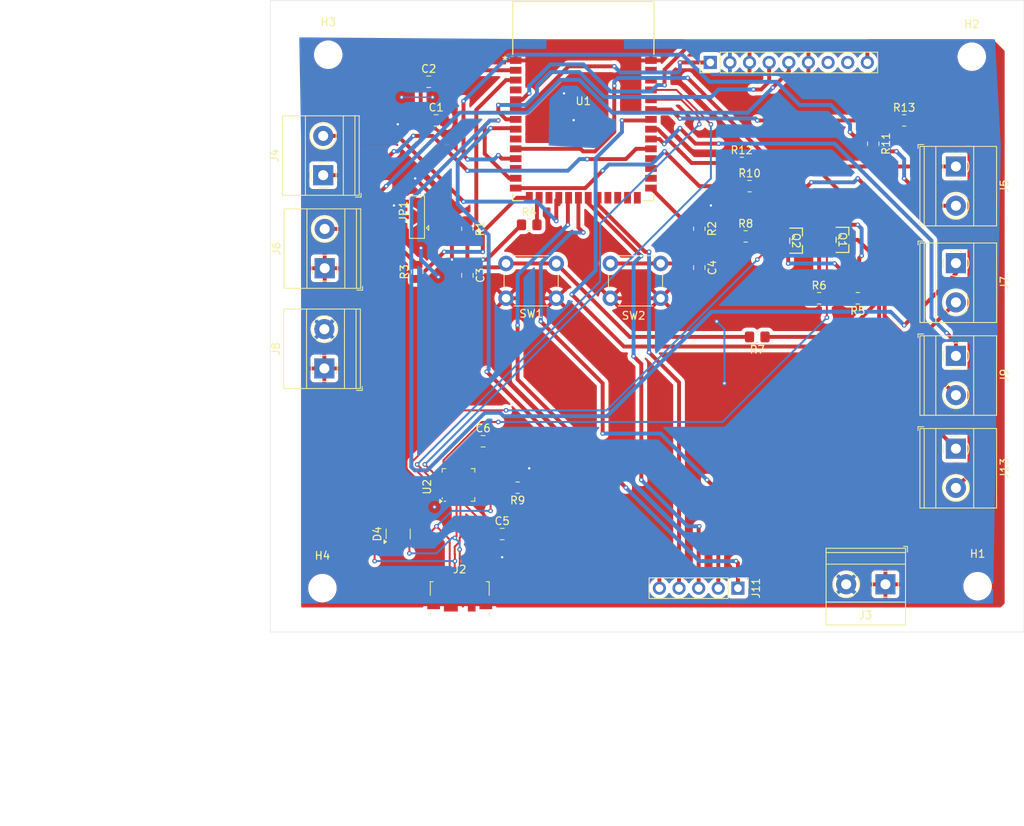
<source format=kicad_pcb>
(kicad_pcb (version 20240108) (generator "pcbnew") (generator_version "8.0")
  (layers (0 "F.Cu" signal) (31 "B.Cu" signal) (34 "B.Paste" user) (35 "F.Paste" user) (36 "B.SilkS" user "B.Silkscreen") (37 "F.SilkS" user "F.Silkscreen") (38 "B.Mask" user) (39 "F.Mask" user) (44 "Edge.Cuts" user))
  (net 0 "")
  (net 1 "+3V3")
  (net 2 "/CHIP_PU")
  (net 3 "/GPIO0_STRAPPING")
  (net 4 "Net-(U2-VPP)")
  (net 5 "+5V")
  (net 6 "GND")
  (net 8 "/UWBINT")
  (net 11 "/D+")
  (net 12 "/D-")
  (net 15 "Net-(U2-~{RST})")
  (net 17 "Net-(JP1-C)")
  (net 18 "/temp_Sensor")
  (net 21 "/pH_Sensor")
  (net 22 "/RTS")
  (net 23 "/DTR")
  (net 24 "/GPIO3_STRAPPING")
  (net 25 "/GPIO46_STRAPPING")
  (net 26 "/MOTOR4PWM")
  (net 29 "/Moisture_Sensor_Output")
  (net 30 "/MOTOR4FG")
  (net 31 "/LINACT+")
  (net 32 "/MOTOR2FG")
  (net 33 "/LINACT-")
  (net 35 "/UWBMOSI")
  (net 36 "/MOTOR1FG")
  (net 37 "/MOTOR1PWM")
  (net 40 "/RXD")
  (net 41 "/UWBMISO")
  (net 44 "/MOTOR3FG")
  (net 45 "/MOTOR2PWM")
  (net 46 "/UWBCLK")
  (net 47 "/TXD")
  (net 48 "/UWBCS")
  (net 50 "/MOTOR3PWM")
  (net 53 "Net-(U1-IO18)")
  (net 63 "+VBUS")
  (net 64 "Net-(Q1-Pad1)")
  (net 65 "Net-(Q2-Pad1)")
  (net 66 "Net-(Q1-Pad3)")
  (net 67 "Net-(Q2-Pad3)")
  (net 68 "Net-(U1-IO42)")
  (net 69 "Net-(U1-IO40)")
  (net 70 "Net-(U1-IO20)")
  (footprint "TerminalBlock_Phoenix:TerminalBlock_Phoenix_MKDS-1,5-2-5.08_1x02_P5.08mm_Horizontal" (layer "F.Cu") (at 37 73.08 90)
    (property "Reference" "J8")
    (property "Value" "Screw_Terminal_01x02")
  )
  (footprint "MountingHole:MountingHole_3.2mm_M3" (layer "F.Cu") (at 37.5 32.5)
    (property "Reference" "H3")
    (property "Value" "MountingHole")
  )
  (footprint "Resistor_SMD:R_0805_2012Metric_Pad1.20x1.40mm_HandSolder" (layer "F.Cu") (at 91.5 56)
    (property "Reference" "R8")
    (property "Value" "10k")
  )
  (footprint "Capacitor_SMD:C_0805_2012Metric_Pad1.18x1.45mm_HandSolder" (layer "F.Cu") (at 51.4625 41)
    (property "Reference" "C1")
    (property "Value" "10 uF")
  )
  (footprint "Resistor_SMD:R_0805_2012Metric_Pad1.20x1.40mm_HandSolder" (layer "F.Cu") (at 106 64 180)
    (property "Reference" "R5")
    (property "Value" "10k")
  )
  (footprint "Resistor_SMD:R_0805_2012Metric_Pad1.20x1.40mm_HandSolder" (layer "F.Cu") (at 62 88.5 180)
    (property "Reference" "R9")
    (property "Value" "4.7k")
  )
  (footprint "SS8050-G:TRAN_SS8050-G_CIP" (layer "F.Cu") (at 104.020999 56.450001 -90)
    (property "Reference" "Q1")
    (property "Value" "SS8050-G")
  )
  (footprint "Capacitor_SMD:C_0805_2012Metric_Pad1.18x1.45mm_HandSolder" (layer "F.Cu") (at 57.5375 82.5)
    (property "Reference" "C6")
    (property "Value" "4.7uF")
  )
  (footprint "TerminalBlock_Phoenix:TerminalBlock_Phoenix_MKDS-1,5-2-5.08_1x02_P5.08mm_Horizontal" (layer "F.Cu") (at 118.695 71.455 -90)
    (property "Reference" "J9")
    (property "Value" "MOTOR3SIGNAL")
  )
  (footprint "MountingHole:MountingHole_3.2mm_M3" (layer "F.Cu") (at 120.75 32.75)
    (property "Reference" "H2")
    (property "Value" "MountingHole")
  )
  (footprint "Resistor_SMD:R_0805_2012Metric_Pad1.20x1.40mm_HandSolder" (layer "F.Cu") (at 91 46.5)
    (property "Reference" "R12")
    (property "Value" "5k")
  )
  (footprint "Package_TO_SOT_SMD:SOT-143" (layer "F.Cu") (at 46.55 94.5 90)
    (property "Reference" "D4")
    (property "Value" "SP0503BAHT")
  )
  (footprint "TerminalBlock_Phoenix:TerminalBlock_Phoenix_MKDS-1,5-2-5.08_1x02_P5.08mm_Horizontal" (layer "F.Cu") (at 37.045 60.115 90)
    (property "Reference" "J6")
    (property "Value" "Screw_Terminal_01x02")
  )
  (footprint "Connector_USB:USB_Micro-B_Molex_47346-0001" (layer "F.Cu") (at 54.5125 102.375)
    (property "Reference" "J2")
    (property "Value" "USB_B_Micro")
  )
  (footprint "Capacitor_SMD:C_0805_2012Metric_Pad1.18x1.45mm_HandSolder" (layer "F.Cu") (at 55.5 61.0375 -90)
    (property "Reference" "C3")
    (property "Value" "1 uF")
  )
  (footprint "Resistor_SMD:R_0805_2012Metric_Pad1.20x1.40mm_HandSolder" (layer "F.Cu") (at 92 49.5)
    (property "Reference" "R10")
    (property "Value" "5k")
  )
  (footprint "Resistor_SMD:R_0805_2012Metric_Pad1.20x1.40mm_HandSolder" (layer "F.Cu") (at 93 69 180)
    (property "Reference" "R7")
    (property "Value" "10k")
  )
  (footprint "TerminalBlock_Phoenix:TerminalBlock_Phoenix_MKDS-1,5-2-5.08_1x02_P5.08mm_Horizontal" (layer "F.Cu") (at 109.58 101 180)
    (property "Reference" "J3")
    (property "Value" "Moisture_Power")
  )
  (footprint "Resistor_SMD:R_0805_2012Metric_Pad1.20x1.40mm_HandSolder" (layer "F.Cu") (at 55.5 55 -90)
    (property "Reference" "R1")
    (property "Value" "100k")
  )
  (footprint "Package_DFN_QFN:QFN-24-1EP_4x4mm_P0.5mm_EP2.6x2.6mm" (layer "F.Cu") (at 54.35 88.15 90)
    (property "Reference" "U2")
    (property "Value" "CP2104")
  )
  (footprint "Capacitor_SMD:C_0805_2012Metric_Pad1.18x1.45mm_HandSolder" (layer "F.Cu") (at 50.5 36)
    (property "Reference" "C2")
    (property "Value" "100 uF")
  )
  (footprint "Connector_PinHeader_2.54mm:PinHeader_1x05_P2.54mm_Vertical" (layer "F.Cu") (at 90.5 101.5 -90)
    (property "Reference" "J11")
    (property "Value" "UWB SIGNALS")
  )
  (footprint "Resistor_SMD:R_0805_2012Metric_Pad1.20x1.40mm_HandSolder" (layer "F.Cu") (at 101 64)
    (property "Reference" "R6")
    (property "Value" "10k")
  )
  (footprint "TerminalBlock_Phoenix:TerminalBlock_Phoenix_MKDS-1,5-2-5.08_1x02_P5.08mm_Horizontal" (layer "F.Cu") (at 118.695 46.955 -90)
    (property "Reference" "J5")
    (property "Value" "MOTOR1SIGNAL")
  )
  (footprint "Capacitor_SMD:C_0805_2012Metric_Pad1.18x1.45mm_HandSolder" (layer "F.Cu") (at 60 94.5)
    (property "Reference" "C5")
    (property "Value" "10uF")
  )
  (footprint "MountingHole:MountingHole_3.2mm_M3" (layer "F.Cu") (at 36.75 101.5)
    (property "Reference" "H4")
    (property "Value" "MountingHole")
  )
  (footprint "Button_Switch_THT:SW_PUSH_6mm_H5mm" (layer "F.Cu") (at 80.5 64 180)
    (property "Reference" "SW2")
    (property "Value" "SW_Push")
  )
  (footprint "TerminalBlock_Phoenix:TerminalBlock_Phoenix_MKDS-1,5-2-5.08_1x02_P5.08mm_Horizontal" (layer "F.Cu") (at 36.85 48.08 90)
    (property "Reference" "J4")
    (property "Value" "LINEAR ACTUATOR SIGNAL")
  )
  (footprint "TerminalBlock_Phoenix:TerminalBlock_Phoenix_MKDS-1,5-2-5.08_1x02_P5.08mm_Horizontal" (layer "F.Cu") (at 118.695 83.455 -90)
    (property "Reference" "J13")
    (property "Value" "MOTOR4SIGNAL")
  )
  (footprint "TerminalBlock_Phoenix:TerminalBlock_Phoenix_MKDS-1,5-2-5.08_1x02_P5.08mm_Horizontal" (layer "F.Cu") (at 118.695 59.455 -90)
    (property "Reference" "J7")
    (property "Value" "MOTOR2SIGNAL")
  )
  (footprint "Resistor_SMD:R_0805_2012Metric_Pad1.20x1.40mm_HandSolder" (layer "F.Cu") (at 63.5 54.5)
    (property "Reference" "R4")
    (property "Value" "1k")
  )
  (footprint "ESP32:ESP32-S3-WROOM-1_EXP" (layer "F.Cu") (at 70.5 38.5)
    (property "Reference" "U1")
    (property "Value" "ESP32-S3-WROOM-1")
  )
  (footprint "Button_Switch_THT:SW_PUSH_6mm_H5mm" (layer "F.Cu") (at 67 64 180)
    (property "Reference" "SW1")
    (property "Value" "SW_Push")
  )
  (footprint "Jumper:SolderJumper-3_P2.0mm_Open_TrianglePad1.0x1.5mm" (layer "F.Cu") (at 49 53.5 90)
    (property "Reference" "JP1")
    (property "Value" "SolderJumper_3_Open")
  )
  (footprint "MountingHole:MountingHole_3.2mm_M3" (layer "F.Cu") (at 121.5 101.25)
    (property "Reference" "H1")
    (property "Value" "MountingHole")
  )
  (footprint "Connector_PinHeader_2.54mm:PinHeader_1x09_P2.54mm_Vertical" (layer "F.Cu") (at 86.92 33.5 90)
    (property "Reference" "J10" (hide yes))
    (property "Value" "SENSORS")
  )
  (footprint "Resistor_SMD:R_0805_2012Metric_Pad1.20x1.40mm_HandSolder" (layer "F.Cu") (at 112 41)
    (property "Reference" "R13")
    (property "Value" "5k")
  )
  (footprint "Capacitor_SMD:C_0805_2012Metric_Pad1.18x1.45mm_HandSolder" (layer "F.Cu") (at 85.5 60.0375 -90)
    (property "Reference" "C4")
    (property "Value" "1 uF")
  )
  (footprint "Resistor_SMD:R_0805_2012Metric_Pad1.20x1.40mm_HandSolder" (layer "F.Cu") (at 85.5 55 -90)
    (property "Reference" "R2")
    (property "Value" "100k")
  )
  (footprint "Resistor_SMD:R_0805_2012Metric_Pad1.20x1.40mm_HandSolder" (layer "F.Cu") (at 108 44 -90)
    (property "Reference" "R11")
    (property "Value" "5k")
  )
  (footprint "Resistor_SMD:R_0805_2012Metric" (layer "F.Cu") (at 49 60.5875 90)
    (property "Reference" "R3")
    (property "Value" "1k")
  )
  (footprint "SS8050-G:TRAN_SS8050-G_CIP" (layer "F.Cu") (at 98.020999 56.549999 -90)
    (property "Reference" "Q2")
    (property "Value" "SS8050-G")
  )
  (gr_rect (start 30 25.5) (end 127.5 107.171109) (stroke (width 0.05)) (fill none) (layer "Edge.Cuts"))
  (segment (start 85.5 53.5) (end 87 52) (width 0.508) (layer "F.Cu") (net 1))
  (segment (start 55.1 90.0875) (end 55.6 90.0875) (width 0.254) (layer "F.Cu") (net 1))
  (segment (start 58.9625 94.5) (end 55.1 90.6375) (width 0.254) (layer "F.Cu") (net 1))
  (segment (start 85.5 54) (end 85.5 53.5) (width 0.508) (layer "F.Cu") (net 1))
  (segment (start 55.1 90.6375) (end 55.1 90.0875) (width 0.254) (layer "F.Cu") (net 1))
  (segment (start 55.6 90.0875) (end 56.2875 89.4) (width 0.254) (layer "F.Cu") (net 1))
  (segment (start 53.375 53.125) (end 48.75 48.5) (width 0.508) (layer "F.Cu") (net 1))
  (segment (start 63 88.5) (end 63 86.5) (width 0.254) (layer "F.Cu") (net 1))
  (segment (start 61.75 34.51) (end 50.9525 34.51) (width 0.508) (layer "F.Cu") (net 1))
  (segment (start 46.5 51.5) (end 46 52) (width 0.508) (layer "F.Cu") (net 1))
  (segment (start 49 51.5) (end 46.5 51.5) (width 0.508) (layer "F.Cu") (net 1))
  (segment (start 49.4625 36) (end 49.4625 40.0375) (width 0.508) (layer "F.Cu") (net 1))
  (segment (start 50.425 41) (end 47 41) (width 0.508) (layer "F.Cu") (net 1))
  (segment (start 55.5 54) (end 54.25 54) (width 0.508) (layer "F.Cu") (net 1))
  (segment (start 54.25 54) (end 53.375 53.125) (width 0.508) (layer "F.Cu") (net 1))
  (segment (start 57.5 59) (end 58 59) (width 0.508) (layer "F.Cu") (net 1))
  (segment (start 58.9625 94.5) (end 58.9625 96.4625) (width 0.254) (layer "F.Cu") (net 1))
  (segment (start 47 41) (end 46.5 41.5) (width 0.508) (layer "F.Cu") (net 1))
  (segment (start 49.4625 40.0375) (end 50.425 41) (width 0.508) (layer "F.Cu") (net 1))
  (segment (start 50.9525 34.51) (end 49.4625 36) (width 0.508) (layer "F.Cu") (net 1))
  (segment (start 53.5 59) (end 53.5 53.25) (width 0.508) (layer "F.Cu") (net 1))
  (segment (start 58 59) (end 62.5 54.5) (width 0.508) (layer "F.Cu") (net 1))
  (segment (start 58.9625 96.4625) (end 60 97.5) (width 0.254) (layer "F.Cu") (net 1))
  (segment (start 53.5 53.25) (end 53.375 53.125) (width 0.508) (layer "F.Cu") (net 1))
  (segment (start 63 86.5) (end 63.5 86) (width 0.254) (layer "F.Cu") (net 1))
  (via (at 87 52) (size 0.6) (drill 0.3) (layers "F.Cu" "B.Cu") (net 1))
  (via (at 60 97.5) (size 0.6) (drill 0.3) (layers "F.Cu" "B.Cu") (net 1))
  (via (at 53.5 59) (size 0.6) (drill 0.3) (layers "F.Cu" "B.Cu") (net 1))
  (via (at 46.5 41.5) (size 0.6) (drill 0.3) (layers "F.Cu" "B.Cu") (net 1))
  (via (at 63.5 86) (size 0.6) (drill 0.3) (layers "F.Cu" "B.Cu") (net 1))
  (via (at 57.5 59) (size 0.6) (drill 0.3) (layers "F.Cu" "B.Cu") (net 1))
  (via (at 48.75 48.5) (size 0.6) (drill 0.3) (layers "F.Cu" "B.Cu") (net 1))
  (via (at 46 52) (size 0.6) (drill 0.3) (layers "F.Cu" "B.Cu") (net 1))
  (segment (start 57.5 59) (end 53.5 59) (width 0.508) (layer "B.Cu") (net 1))
  (segment (start 55.5 60) (end 60 60) (width 0.508) (layer "F.Cu") (net 2))
  (segment (start 55.5 60) (end 55.5 56) (width 0.508) (layer "F.Cu") (net 2))
  (segment (start 55.5 56) (end 56.654 54.846) (width 0.508) (layer "F.Cu") (net 2))
  (segment (start 56.654 54.846) (end 56.654 39.6187) (width 0.508) (layer "F.Cu") (net 2))
  (segment (start 56.654 39.6187) (end 60.4927 35.78) (width 0.508) (layer "F.Cu") (net 2))
  (segment (start 76.5 69) (end 67 59.5) (width 0.508) (layer "F.Cu") (net 2))
  (segment (start 92 69) (end 76.5 69) (width 0.508) (layer "F.Cu") (net 2))
  (segment (start 60.5 59.5) (end 67 59.5) (width 0.508) (layer "F.Cu") (net 2))
  (segment (start 60.4927 35.78) (end 61.75 35.78) (width 0.508) (layer "F.Cu") (net 2))
  (segment (start 60 60) (end 60.5 59.5) (width 0.508) (layer "F.Cu") (net 2))
  (segment (start 84.5 59) (end 84 59.5) (width 0.508) (layer "F.Cu") (net 3))
  (segment (start 74 59.5) (end 80.5 59.5) (width 0.508) (layer "F.Cu") (net 3))
  (segment (start 85.5 56) (end 79.25 49.75) (width 0.508) (layer "F.Cu") (net 3))
  (segment (start 84 59.5) (end 80.5 59.5) (width 0.508) (layer "F.Cu") (net 3))
  (segment (start 90.5 56) (end 85.5 56) (width 0.508) (layer "F.Cu") (net 3))
  (segment (start 85.5 59) (end 84.5 59) (width 0.508) (layer "F.Cu") (net 3))
  (segment (start 85.5 56) (end 85.5 59) (width 0.508) (layer "F.Cu") (net 3))
  (segment (start 55.847432 82.5) (end 54.1 84.247432) (width 0.254) (layer "F.Cu") (net 4))
  (segment (start 54.1 84.247432) (end 54.1 86.2125) (width 0.254) (layer "F.Cu") (net 4))
  (segment (start 56.5 82.5) (end 55.847432 82.5) (width 0.254) (layer "F.Cu") (net 4))
  (segment (start 97.08 34.674) (end 95 36.754) (width 0.508) (layer "F.Cu") (net 5))
  (segment (start 97.08 33.5) (end 97.08 34.674) (width 0.508) (layer "F.Cu") (net 5))
  (segment (start 39.465 55.035) (end 45 49.5) (width 0.508) (layer "F.Cu") (net 5))
  (segment (start 37.045 55.035) (end 39.465 55.035) (width 0.508) (layer "F.Cu") (net 5))
  (via (at 45 49.5) (size 0.6) (drill 0.3) (layers "F.Cu" "B.Cu") (net 5))
  (via (at 95 36.754) (size 0.6) (drill 0.3) (layers "F.Cu" "B.Cu") (net 5))
  (segment (start 91.754 40) (end 74.248737 40) (width 0.508) (layer "B.Cu") (net 5))
  (segment (start 74.248737 40) (end 69.999369 35.750632) (width 0.508) (layer "B.Cu") (net 5))
  (segment (start 45 49.5) (end 54.5 40) (width 0.508) (layer "B.Cu") (net 5))
  (segment (start 69.999369 35.750632) (end 67.499368 35.750632) (width 0.508) (layer "B.Cu") (net 5))
  (segment (start 67.499368 35.750632) (end 63.25 40) (width 0.508) (layer "B.Cu") (net 5))
  (segment (start 95 36.754) (end 91.754 40) (width 0.508) (layer "B.Cu") (net 5))
  (segment (start 63.25 40) (end 54.5 40) (width 0.508) (layer "B.Cu") (net 5))
  (segment (start 53.6 90.0875) (end 53.6 90.552568) (width 0.254) (layer "F.Cu") (net 6))
  (segment (start 74 64) (end 80.5 64) (width 0.508) (layer "F.Cu") (net 6))
  (segment (start 54.35 88.15) (end 53.6 88.9) (width 0.254) (layer "F.Cu") (net 6))
  (segment (start 53.6 90.552568) (end 53.152568 91) (width 0.254) (layer "F.Cu") (net 6))
  (segment (start 69.25 40.96) (end 69.25 41.25) (width 0.254) (layer "F.Cu") (net 6))
  (segment (start 60.5 64) (end 67 64) (width 0.508) (layer "F.Cu") (net 6))
  (segment (start 53.152568 91) (end 51.25 91) (width 0.254) (layer "F.Cu") (net 6))
  (segment (start 53.6 88.9) (end 53.6 90.0875) (width 0.254) (layer "F.Cu") (net 6))
  (via (at 51 38) (size 0.6) (drill 0.3) (layers "F.Cu" "B.Cu") (net 6))
  (via (at 69.25 40.96) (size 0.6) (drill 0.3) (layers "F.Cu" "B.Cu") (net 6))
  (via (at 88.75 75) (size 0.6) (drill 0.3) (layers "F.Cu" "B.Cu") (net 6))
  (via (at 49.5 57.5) (size 0.6) (drill 0.3) (layers "F.Cu" "B.Cu") (net 6))
  (via (at 87.75 67) (size 0.6) (drill 0.3) (layers "F.Cu" "B.Cu") (net 6))
  (via (at 68 37.5) (size 0.6) (drill 0.3) (layers "F.Cu" "B.Cu") (net 6))
  (via (at 51.75 61.25) (size 0.6) (drill 0.3) (layers "F.Cu" "B.Cu") (net 6))
  (via (at 51.25 91) (size 0.6) (drill 0.3) (layers "F.Cu" "B.Cu") (net 6))
  (via (at 47 38) (size 0.6) (drill 0.3) (layers "F.Cu" "B.Cu") (net 6))
  (segment (start 49.5 59) (end 51.75 61.25) (width 0.508) (layer "B.Cu") (net 6))
  (segment (start 51 38) (end 47 38) (width 0.2) (layer "B.Cu") (net 6))
  (segment (start 87.75 67) (end 88.75 68) (width 0.254) (layer "B.Cu") (net 6))
  (segment (start 49.5 57.5) (end 49.5 59) (width 0.508) (layer "B.Cu") (net 6))
  (segment (start 88.75 68) (end 88.75 75) (width 0.254) (layer "B.Cu") (net 6))
  (segment (start 80.34 101.5) (end 80.34 95.84) (width 0.508) (layer "F.Cu") (net 8))
  (segment (start 61.62 42) (end 61.75 42.13) (width 0.508) (layer "F.Cu") (net 8))
  (segment (start 80.34 95.84) (end 58 73.5) (width 0.508) (layer "F.Cu") (net 8))
  (segment (start 58.5 42) (end 61.62 42) (width 0.508) (layer "F.Cu") (net 8))
  (via (at 58.5 42) (size 0.6) (drill 0.3) (layers "F.Cu" "B.Cu") (net 8))
  (via (at 58 73.5) (size 0.6) (drill 0.3) (layers "F.Cu" "B.Cu") (net 8))
  (segment (start 58.254 55.820318) (end 54.246 51.812318) (width 0.508) (layer "B.Cu") (net 8))
  (segment (start 54.246 51.812318) (end 54.246 46.254) (width 0.508) (layer "B.Cu") (net 8))
  (segment (start 58.254 73.246) (end 58.254 55.820318) (width 0.508) (layer "B.Cu") (net 8))
  (segment (start 58 73.5) (end 58.254 73.246) (width 0.508) (layer "B.Cu") (net 8))
  (segment (start 54.246 46.254) (end 58.5 42) (width 0.508) (layer "B.Cu") (net 8))
  (segment (start 48 96) (end 47.5 95.5) (width 0.254) (layer "F.Cu") (net 11))
  (segment (start 54.1 94.776722) (end 54.1 90.0875) (width 0.254) (layer "F.Cu") (net 11))
  (segment (start 48 97) (end 48 96) (width 0.254) (layer "F.Cu") (net 11))
  (segment (start 54.5125 100.915) (end 54.5125 96.5125) (width 0.254) (layer "F.Cu") (net 11))
  (segment (start 53.873 95.003722) (end 54.1 94.776722) (width 0.254) (layer "F.Cu") (net 11))
  (segment (start 54.5125 96.5125) (end 54.5 96.5) (width 0.254) (layer "F.Cu") (net 11))
  (via (at 48 97) (size 0.6) (drill 0.3) (layers "F.Cu" "B.Cu") (net 11))
  (via (at 53.873 95.003722) (size 0.6) (drill 0.3) (layers "F.Cu" "B.Cu") (net 11))
  (via (at 54.5 96.5) (size 0.6) (drill 0.3) (layers "F.Cu" "B.Cu") (net 11))
  (segment (start 54.5 95.630722) (end 53.873 95.003722) (width 0.254) (layer "B.Cu") (net 11))
  (segment (start 51.507444 97) (end 48 97) (width 0.254) (layer "B.Cu") (net 11))
  (segment (start 53.503722 95.003722) (end 51.507444 97) (width 0.254) (layer "B.Cu") (net 11))
  (segment (start 53.873 95.003722) (end 53.503722 95.003722) (width 0.254) (layer "B.Cu") (net 11))
  (segment (start 54.5 96.5) (end 54.5 95.630722) (width 0.254) (layer "B.Cu") (net 11))
  (segment (start 43 93) (end 44 92) (width 0.254) (layer "F.Cu") (net 12))
  (segment (start 53.8625 97.0915) (end 53.8625 96.1375) (width 0.254) (layer "F.Cu") (net 12))
  (segment (start 53.8855 97.1145) (end 53.8625 97.0915) (width 0.254) (layer "F.Cu") (net 12))
  (segment (start 46 92) (end 47.5 93.5) (width 0.254) (layer "F.Cu") (net 12))
  (segment (start 53.8625 98.023) (end 53.8855 98) (width 0.254) (layer "F.Cu") (net 12))
  (segment (start 53.8625 96.1375) (end 54.5 95.5) (width 0.254) (layer "F.Cu") (net 12))
  (segment (start 54.5 95) (end 54.6 94.9) (width 0.254) (layer "F.Cu") (net 12))
  (segment (start 43.5 98) (end 43.5 95.5) (width 0.254) (layer "F.Cu") (net 12))
  (segment (start 54.5 95.5) (end 54.5 95) (width 0.254) (layer "F.Cu") (net 12))
  (segment (start 44 92) (end 46 92) (width 0.254) (layer "F.Cu") (net 12))
  (segment (start 43 95) (end 43 93) (width 0.254) (layer "F.Cu") (net 12))
  (segment (start 43.5 95.5) (end 43 95) (width 0.254) (layer "F.Cu") (net 12))
  (segment (start 53.8625 100.915) (end 53.8625 98.023) (width 0.254) (layer "F.Cu") (net 12))
  (segment (start 53.8855 98) (end 53.8855 97.1145) (width 0.254) (layer "F.Cu") (net 12))
  (segment (start 54.6 94.9) (end 54.6 90.0875) (width 0.254) (layer "F.Cu") (net 12))
  (via (at 43.5 98) (size 0.6) (drill 0.3) (layers "F.Cu" "B.Cu") (net 12))
  (via (at 53.8855 98) (size 0.6) (drill 0.3) (layers "F.Cu" "B.Cu") (net 12))
  (segment (start 53.8855 98) (end 43.5 98) (width 0.254) (layer "B.Cu") (net 12))
  (segment (start 60.5 88.5) (end 60.4 88.4) (width 0.254) (layer "F.Cu") (net 15))
  (segment (start 61 88.5) (end 60.5 88.5) (width 0.254) (layer "F.Cu") (net 15))
  (segment (start 60.4 88.4) (end 56.2875 88.4) (width 0.254) (layer "F.Cu") (net 15))
  (segment (start 47 53.5) (end 49 53.5) (width 0.508) (layer "F.Cu") (net 17))
  (segment (start 46.5 57.175) (end 49 59.675) (width 0.508) (layer "F.Cu") (net 17))
  (segment (start 46.5 54) (end 47 53.5) (width 0.508) (layer "F.Cu") (net 17))
  (segment (start 46.5 54) (end 46.5 57.175) (width 0.508) (layer "F.Cu") (net 17))
  (segment (start 59.5 39.8673) (end 60.4927 40.86) (width 0.508) (layer "F.Cu") (net 18))
  (segment (start 94.54 35.96) (end 93.5 37) (width 0.508) (layer "F.Cu") (net 18))
  (segment (start 94.54 33.5) (end 94.54 35.96) (width 0.508) (layer "F.Cu") (net 18))
  (segment (start 93.5 37) (end 92.5 37) (width 0.508) (layer "F.Cu") (net 18))
  (segment (start 60.4927 40.86) (end 61.75 40.86) (width 0.508) (layer "F.Cu") (net 18))
  (segment (start 59.5 39) (end 59.5 39.8673) (width 0.508) (layer "F.Cu") (net 18))
  (via (at 92.5 37) (size 0.6) (drill 0.3) (layers "F.Cu" "B.Cu") (net 18))
  (via (at 59.5 39) (size 0.6) (drill 0.3) (layers "F.Cu" "B.Cu") (net 18))
  (segment (start 63.066318 39) (end 59.5 39) (width 0.508) (layer "B.Cu") (net 18))
  (segment (start 66.251264 34.75) (end 64.500632 36.500632) (width 0.508) (layer "B.Cu") (net 18))
  (segment (start 73.212 37.962) (end 70 34.75) (width 0.508) (layer "B.Cu") (net 18))
  (segment (start 92.5 37) (end 88 37) (width 0.508) (layer "B.Cu") (net 18))
  (segment (start 87.038 37.962) (end 73.212 37.962) (width 0.508) (layer "B.Cu") (net 18))
  (segment (start 64.500632 37.565686) (end 63.066318 39) (width 0.508) (layer "B.Cu") (net 18))
  (segment (start 70 34.75) (end 66.251264 34.75) (width 0.508) (layer "B.Cu") (net 18))
  (segment (start 64.500632 36.500632) (end 64.500632 37.565686) (width 0.508) (layer "B.Cu") (net 18))
  (segment (start 88 37) (end 87.038 37.962) (width 0.508) (layer "B.Cu") (net 18))
  (segment (start 68.5973 34) (end 63.0073 39.59) (width 0.508) (layer "F.Cu") (net 21))
  (segment (start 63.0073 39.59) (end 61.75 39.59) (width 0.508) (layer "F.Cu") (net 21))
  (segment (start 74.5 34) (end 68.5973 34) (width 0.508) (layer "F.Cu") (net 21))
  (segment (start 86.92 33.5) (end 83 33.5) (width 0.508) (layer "F.Cu") (net 21))
  (via (at 83 33.5) (size 0.6) (drill 0.3) (layers "F.Cu" "B.Cu") (net 21))
  (via (at 74.5 34) (size 0.6) (drill 0.3) (layers "F.Cu" "B.Cu") (net 21))
  (segment (start 75.292 34.792) (end 74.5 34) (width 0.508) (layer "B.Cu") (net 21))
  (segment (start 83 34.5) (end 82.708 34.792) (width 0.508) (layer "B.Cu") (net 21))
  (segment (start 82.708 34.792) (end 75.292 34.792) (width 0.508) (layer "B.Cu") (net 21))
  (segment (start 83 33.5) (end 83 34.5) (width 0.508) (layer "B.Cu") (net 21))
  (segment (start 52.4125 84.952072) (end 57.364572 80) (width 0.254) (layer "F.Cu") (net 22))
  (segment (start 102 64) (end 102 63.5) (width 0.508) (layer "F.Cu") (net 22))
  (segment (start 57.364572 80) (end 59.5 80) (width 0.254) (layer "F.Cu") (net 22))
  (segment (start 52.4125 86.9) (end 52.4125 84.952072) (width 0.254) (layer "F.Cu") (net 22))
  (segment (start 102 58.400002) (end 103 57.400002) (width 0.254) (layer "F.Cu") (net 22))
  (segment (start 102 66.5) (end 102 64) (width 0.254) (layer "F.Cu") (net 22))
  (segment (start 102 64) (end 102 58.400002) (width 0.254) (layer "F.Cu") (net 22))
  (via (at 59.5 80) (size 0.6) (drill 0.3) (layers "F.Cu" "B.Cu") (net 22))
  (via (at 102 66.5) (size 0.6) (drill 0.3) (layers "F.Cu" "B.Cu") (net 22))
  (segment (start 59.5 80) (end 88.5 80) (width 0.254) (layer "B.Cu") (net 22))
  (segment (start 88.5 80) (end 102 66.5) (width 0.254) (layer "B.Cu") (net 22))
  (segment (start 48.373 85.759712) (end 48.373 85.127) (width 0.254) (layer "F.Cu") (net 23))
  (segment (start 105 64) (end 105 61.5) (width 0.508) (layer "F.Cu") (net 23))
  (segment (start 48.373 85.127) (end 55 78.5) (width 0.254) (layer "F.Cu") (net 23))
  (segment (start 52.4125 88.9) (end 51.513288 88.9) (width 0.254) (layer "F.Cu") (net 23))
  (segment (start 105 61.5) (end 103 59.5) (width 0.508) (layer "F.Cu") (net 23))
  (segment (start 93 59) (end 94.5 57.5) (width 0.254) (layer "F.Cu") (net 23))
  (segment (start 51.513288 88.9) (end 48.373 85.759712) (width 0.254) (layer "F.Cu") (net 23))
  (segment (start 55 78.5) (end 60.5 78.5) (width 0.254) (layer "F.Cu") (net 23))
  (segment (start 94.5 57.5) (end 97 57.5) (width 0.254) (layer "F.Cu") (net 23))
  (segment (start 97 59.5) (end 97 57.5) (width 0.508) (layer "F.Cu") (net 23))
  (via (at 103 59.5) (size 0.6) (drill 0.3) (layers "F.Cu" "B.Cu") (net 23))
  (via (at 93 59) (size 0.6) (drill 0.3) (layers "F.Cu" "B.Cu") (net 23))
  (via (at 60.5 78.5) (size 0.6) (drill 0.3) (layers "F.Cu" "B.Cu") (net 23))
  (via (at 97 59.5) (size 0.6) (drill 0.3) (layers "F.Cu" "B.Cu") (net 23))
  (segment (start 92 60) (end 93 59) (width 0.254) (layer "B.Cu") (net 23))
  (segment (start 73.5 78.5) (end 92 60) (width 0.254) (layer "B.Cu") (net 23))
  (segment (start 60.5 78.5) (end 73.5 78.5) (width 0.254) (layer "B.Cu") (net 23))
  (segment (start 103 59.5) (end 97 59.5) (width 0.508) (layer "B.Cu") (net 23))
  (segment (start 61.933682 51) (end 63.515 51) (width 0.508) (layer "F.Cu") (net 24))
  (segment (start 57.5 55.433682) (end 61.933682 51) (width 0.508) (layer "F.Cu") (net 24))
  (segment (start 57.5 58) (end 57.5 55.433682) (width 0.508) (layer "F.Cu") (net 24))
  (segment (start 49 61.5) (end 52.5 58) (width 0.508) (layer "F.Cu") (net 24))
  (via (at 57.5 58) (size 0.6) (drill 0.3) (layers "F.Cu" "B.Cu") (net 24))
  (via (at 52.5 58) (size 0.6) (drill 0.3) (layers "F.Cu" "B.Cu") (net 24))
  (segment (start 52.5 58) (end 57.5 58) (width 0.508) (layer "B.Cu") (net 24))
  (segment (start 64.5 51.285) (end 64.785 51) (width 0.508) (layer "F.Cu") (net 25))
  (segment (start 64.5 54.5) (end 64.5 51.285) (width 0.508) (layer "F.Cu") (net 25))
  (segment (start 118.695 83.455) (end 105.486 70.246) (width 0.508) (layer "F.Cu") (net 26))
  (segment (start 75.746 70.246) (end 69 63.5) (width 0.508) (layer "F.Cu") (net 26))
  (segment (start 105.486 70.246) (end 75.746 70.246) (width 0.508) (layer "F.Cu") (net 26))
  (segment (start 79.11 41) (end 79.25 40.86) (width 0.508) (layer "F.Cu") (net 26))
  (segment (start 75.5 41) (end 79.11 41) (width 0.508) (layer "F.Cu") (net 26))
  (via (at 75.5 41) (size 0.6) (drill 0.3) (layers "F.Cu" "B.Cu") (net 26))
  (via (at 69 63.5) (size 0.6) (drill 0.3) (layers "F.Cu" "B.Cu") (net 26))
  (segment (start 75.5 41) (end 75.5 42.5) (width 0.508) (layer "B.Cu") (net 26))
  (segment (start 75.5 42.5) (end 72.092 45.908) (width 0.508) (layer "B.Cu") (net 26))
  (segment (start 72.092 45.908) (end 72.092 60.408) (width 0.508) (layer "B.Cu") (net 26))
  (segment (start 72.092 60.408) (end 69 63.5) (width 0.508) (layer "B.Cu") (net 26))
  (segment (start 63.5 37.5) (end 63.4018 37.5) (width 0.508) (layer "F.Cu") (net 29))
  (segment (start 81 34.433682) (end 81 36.423) (width 0.508) (layer "F.Cu") (net 29))
  (segment (start 106.5 31) (end 84.433682 31) (width 0.508) (layer "F.Cu") (net 29))
  (segment (start 63.4018 37.5) (end 62.5818 38.32) (width 0.508) (layer "F.Cu") (net 29))
  (segment (start 107.24 31.74) (end 106.5 31) (width 0.508) (layer "F.Cu") (net 29))
  (segment (start 84.433682 31) (end 81 34.433682) (width 0.508) (layer "F.Cu") (net 29))
  (segment (start 62.5818 38.32) (end 61.75 38.32) (width 0.508) (layer "F.Cu") (net 29))
  (segment (start 107.24 33.5) (end 107.24 31.74) (width 0.508) (layer "F.Cu") (net 29))
  (via (at 63.5 37.5) (size 0.6) (drill 0.3) (layers "F.Cu" "B.Cu") (net 29))
  (via (at 81 36.423) (size 0.6) (drill 0.3) (layers "F.Cu" "B.Cu") (net 29))
  (segment (start 80.077 36.423) (end 79.246 37.254) (width 0.508) (layer "B.Cu") (net 29))
  (segment (start 74.004 37.254) (end 70.5 33.75) (width 0.508) (layer "B.Cu") (net 29))
  (segment (start 70.5 33.75) (end 66.25 33.75) (width 0.508) (layer "B.Cu") (net 29))
  (segment (start 63.5 36.5) (end 63.5 37.5) (width 0.508) (layer "B.Cu") (net 29))
  (segment (start 79.246 37.254) (end 74.004 37.254) (width 0.508) (layer "B.Cu") (net 29))
  (segment (start 81 36.423) (end 80.077 36.423) (width 0.508) (layer "B.Cu") (net 29))
  (segment (start 66.25 33.75) (end 63.5 36.5) (width 0.508) (layer "B.Cu") (net 29))
  (segment (start 120.449 86.781) (end 120.449 45.201) (width 0.508) (layer "F.Cu") (net 30))
  (segment (start 118.695 88.535) (end 120.449 86.781) (width 0.508) (layer "F.Cu") (net 30))
  (segment (start 120.449 45.201) (end 116.248 41) (width 0.508) (layer "F.Cu") (net 30))
  (segment (start 116.248 41) (end 113 41) (width 0.508) (layer "F.Cu") (net 30))
  (segment (start 51 43) (end 55.5 47.5) (width 0.508) (layer "F.Cu") (net 31))
  (segment (start 36.85 48.08) (end 42.92 48.08) (width 0.508) (layer "F.Cu") (net 31))
  (segment (start 71 46) (end 76 46) (width 0.508) (layer "F.Cu") (net 31))
  (segment (start 48.5 43) (end 51 43) (width 0.508) (layer "F.Cu") (net 31))
  (segment (start 77.33 44.67) (end 79.25 44.67) (width 0.508) (layer "F.Cu") (net 31))
  (segment (start 42.92 48.08) (end 46 45) (width 0.508) (layer "F.Cu") (net 31))
  (segment (start 76 46) (end 77.33 44.67) (width 0.508) (layer "F.Cu") (net 31))
  (via (at 46 45) (size 0.6) (drill 0.3) (layers "F.Cu" "B.Cu") (net 31))
  (via (at 71 46) (size 0.6) (drill 0.3) (layers "F.Cu" "B.Cu") (net 31))
  (via (at 48.5 43) (size 0.6) (drill 0.3) (layers "F.Cu" "B.Cu") (net 31))
  (via (at 55.5 47.5) (size 0.6) (drill 0.3) (layers "F.Cu" "B.Cu") (net 31))
  (segment (start 70 46) (end 71 46) (width 0.508) (layer "B.Cu") (net 31))
  (segment (start 46.5 45) (end 48.5 43) (width 0.508) (layer "B.Cu") (net 31))
  (segment (start 46 45) (end 46.5 45) (width 0.508) (layer "B.Cu") (net 31))
  (segment (start 55.5 47.5) (end 68.5 47.5) (width 0.508) (layer "B.Cu") (net 31))
  (segment (start 68.5 47.5) (end 70 46) (width 0.508) (layer "B.Cu") (net 31))
  (segment (start 112.661264 69.5) (end 109.470724 66.30946) (width 0.508) (layer "F.Cu") (net 32))
  (segment (start 113.73 69.5) (end 112.661264 69.5) (width 0.508) (layer "F.Cu") (net 32))
  (segment (start 109.470724 51.970724) (end 106 48.5) (width 0.508) (layer "F.Cu") (net 32))
  (segment (start 100 49) (end 99.5 49.5) (width 0.508) (layer "F.Cu") (net 32))
  (segment (start 118.695 64.535) (end 113.73 69.5) (width 0.508) (layer "F.Cu") (net 32))
  (segment (start 109.470724 66.30946) (end 109.470724 51.970724) (width 0.508) (layer "F.Cu") (net 32))
  (segment (start 99.5 49.5) (end 93 49.5) (width 0.508) (layer "F.Cu") (net 32))
  (via (at 106 48.5) (size 0.6) (drill 0.3) (layers "F.Cu" "B.Cu") (net 32))
  (via (at 100 49) (size 0.6) (drill 0.3) (layers "F.Cu" "B.Cu") (net 32))
  (segment (start 106 48.5) (end 105.5 49) (width 0.508) (layer "B.Cu") (net 32))
  (segment (start 105.5 49) (end 100 49) (width 0.508) (layer "B.Cu") (net 32))
  (segment (start 67.325 51.8318) (end 67.325 51) (width 0.508) (layer "F.Cu") (net 33))
  (segment (start 36.85 43) (end 46.5 43) (width 0.508) (layer "F.Cu") (net 33))
  (segment (start 46.5 43) (end 55 51.5) (width 0.508) (layer "F.Cu") (net 33))
  (segment (start 67 51.325) (end 67.325 51) (width 0.508) (layer "F.Cu") (net 33))
  (segment (start 67 54) (end 67 51.325) (width 0.508) (layer "F.Cu") (net 33))
  (via (at 55 51.5) (size 0.6) (drill 0.3) (layers "F.Cu" "B.Cu") (net 33))
  (via (at 67 54) (size 0.6) (drill 0.3) (layers "F.Cu" "B.Cu") (net 33))
  (segment (start 64.5 51.5) (end 67 54) (width 0.508) (layer "B.Cu") (net 33))
  (segment (start 55 51.5) (end 64.5 51.5) (width 0.508) (layer "B.Cu") (net 33))
  (segment (start 68.5 54.5) (end 68.5 51.095) (width 0.508) (layer "F.Cu") (net 35))
  (segment (start 90.5 98.25) (end 90.25 98) (width 0.508) (layer "F.Cu") (net 35))
  (segment (start 62 74.5) (end 62 67.5) (width 0.508) (layer "F.Cu") (net 35))
  (segment (start 76 88.5) (end 62 74.5) (width 0.508) (layer "F.Cu") (net 35))
  (segment (start 90.5 101.5) (end 90.5 98.25) (width 0.508) (layer "F.Cu") (net 35))
  (segment (start 68.5 51.095) (end 68.595 51) (width 0.508) (layer "F.Cu") (net 35))
  (via (at 90.25 98) (size 0.6) (drill 0.3) (layers "F.Cu" "B.Cu") (net 35))
  (via (at 76 88.5) (size 0.6) (drill 0.3) (layers "F.Cu" "B.Cu") (net 35))
  (via (at 68.5 54.5) (size 0.6) (drill 0.3) (layers "F.Cu" "B.Cu") (net 35))
  (via (at 62 67.5) (size 0.6) (drill 0.3) (layers "F.Cu" "B.Cu") (net 35))
  (segment (start 62 67.5) (end 62 61) (width 0.508) (layer "B.Cu") (net 35))
  (segment (start 90.25 98) (end 85.5 98) (width 0.508) (layer "B.Cu") (net 35))
  (segment (start 85.5 98) (end 76 88.5) (width 0.508) (layer "B.Cu") (net 35))
  (segment (start 62 61) (end 68.5 54.5) (width 0.508) (layer "B.Cu") (net 35))
  (segment (start 115.535 52.035) (end 112 48.5) (width 0.508) (layer "F.Cu") (net 36))
  (segment (start 111 45) (end 108 45) (width 0.508) (layer "F.Cu") (net 36))
  (segment (start 118.695 52.035) (end 115.535 52.035) (width 0.508) (layer "F.Cu") (net 36))
  (via (at 112 48.5) (size 0.6) (drill 0.3) (layers "F.Cu" "B.Cu") (net 36))
  (via (at 111 45) (size 0.6) (drill 0.3) (layers "F.Cu" "B.Cu") (net 36))
  (segment (start 112 46) (end 111 45) (width 0.508) (layer "B.Cu") (net 36))
  (segment (start 112 48.5) (end 112 46) (width 0.508) (layer "B.Cu") (net 36))
  (segment (start 118.695 46.955) (end 95.455 46.955) (width 0.508) (layer "F.Cu") (net 37))
  (segment (start 72 45) (end 70.467 45) (width 0.508) (layer "F.Cu") (net 37))
  (segment (start 74.5 42.5) (end 72 45) (width 0.508) (layer "F.Cu") (net 37))
  (segment (start 74.5 36.5) (end 74.5 42.5) (width 0.508) (layer "F.Cu") (net 37))
  (segment (start 70.467 45) (end 70.137 44.67) (width 0.508) (layer "F.Cu") (net 37))
  (segment (start 70.137 44.67) (end 61.75 44.67) (width 0.508) (layer "F.Cu") (net 37))
  (segment (start 95.455 46.955) (end 84 35.5) (width 0.508) (layer "F.Cu") (net 37))
  (via (at 84 35.5) (size 0.6) (drill 0.3) (layers "F.Cu" "B.Cu") (net 37))
  (via (at 74.5 36.5) (size 0.6) (drill 0.3) (layers "F.Cu" "B.Cu") (net 37))
  (segment (start 75 35.5) (end 74.5 36) (width 0.508) (layer "B.Cu") (net 37))
  (segment (start 74.5 36) (end 74.5 36.5) (width 0.508) (layer "B.Cu") (net 37))
  (segment (start 84 35.5) (end 75 35.5) (width 0.508) (layer "B.Cu") (net 37))
  (segment (start 87 41.5) (end 82.55 37.05) (width 0.254) (layer "F.Cu") (net 40))
  (segment (start 82.55 37.05) (end 79.25 37.05) (width 0.254) (layer "F.Cu") (net 40))
  (segment (start 51.9 87.4) (end 50 85.5) (width 0.254) (layer "F.Cu") (net 40))
  (segment (start 52.4125 87.4) (end 51.9 87.4) (width 0.254) (layer "F.Cu") (net 40))
  (via (at 87 41.5) (size 0.6) (drill 0.3) (layers "F.Cu" "B.Cu") (net 40))
  (via (at 50 85.5) (size 0.6) (drill 0.3) (layers "F.Cu" "B.Cu") (net 40))
  (segment (start 50 85.5) (end 87 48.5) (width 0.254) (layer "B.Cu") (net 40))
  (segment (start 87 48.5) (end 87 41.5) (width 0.254) (layer "B.Cu") (net 40))
  (segment (start 78 72.5) (end 77 71.5) (width 0.508) (layer "F.Cu") (net 41))
  (segment (start 77.966841 58.533159) (end 71.135 51.701318) (width 0.508) (layer "F.Cu") (net 41))
  (segment (start 71.135 51.701318) (end 71.135 51) (width 0.508) (layer "F.Cu") (net 41))
  (segment (start 85.42 93.58) (end 85.5 93.5) (width 0.508) (layer "F.Cu") (net 41))
  (segment (start 78 87.5) (end 78 72.5) (width 0.508) (layer "F.Cu") (net 41))
  (segment (start 85.42 101.5) (end 85.42 93.58) (width 0.508) (layer "F.Cu") (net 41))
  (via (at 77.966841 58.533159) (size 0.6) (drill 0.3) (layers "F.Cu" "B.Cu") (net 41))
  (via (at 78 87.5) (size 0.6) (drill 0.3) (layers "F.Cu" "B.Cu") (net 41))
  (via (at 77 71.5) (size 0.6) (drill 0.3) (layers "F.Cu" "B.Cu") (net 41))
  (via (at 85.5 93.5) (size 0.6) (drill 0.3) (layers "F.Cu" "B.Cu") (net 41))
  (segment (start 84 93.5) (end 78 87.5) (width 0.508) (layer "B.Cu") (net 41))
  (segment (start 77 71.5) (end 77 59.5) (width 0.508) (layer "B.Cu") (net 41))
  (segment (start 85.5 93.5) (end 84 93.5) (width 0.508) (layer "B.Cu") (net 41))
  (segment (start 77 59.5) (end 77.966841 58.533159) (width 0.508) (layer "B.Cu") (net 41))
  (segment (start 108.762724 55.262724) (end 101.163 47.663) (width 0.508) (layer "F.Cu") (net 44))
  (segment (start 101.163 47.663) (end 93.163 47.663) (width 0.508) (layer "F.Cu") (net 44))
  (segment (start 118.695 76.535) (end 108.762724 66.602724) (width 0.508) (layer "F.Cu") (net 44))
  (segment (start 93.163 47.663) (end 92 46.5) (width 0.508) (layer "F.Cu") (net 44))
  (segment (start 108.762724 66.602724) (end 108.762724 55.262724) (width 0.508) (layer "F.Cu") (net 44))
  (segment (start 60.9182 48.48) (end 61.75 48.48) (width 0.508) (layer "F.Cu") (net 45))
  (segment (start 58.433682 41) (end 57.746 41.687682) (width 0.508) (layer "F.Cu") (net 45))
  (segment (start 118.695 59.455) (end 118.695 60.805) (width 0.508) (layer "F.Cu") (net 45))
  (segment (start 59.5 41) (end 58.433682 41) (width 0.508) (layer "F.Cu") (net 45))
  (segment (start 57.746 41.687682) (end 57.746 45.3078) (width 0.508) (layer "F.Cu") (net 45))
  (segment (start 57.746 45.3078) (end 60.9182 48.48) (width 0.508) (layer "F.Cu") (net 45))
  (segment (start 118.695 60.805) (end 112 67.5) (width 0.508) (layer "F.Cu") (net 45))
  (via (at 112 67.5) (size 0.6) (drill 0.3) (layers "F.Cu" "B.Cu") (net 45))
  (via (at 59.5 41) (size 0.6) (drill 0.3) (layers "F.Cu" "B.Cu") (net 45))
  (segment (start 87.075658 65.746) (end 73.567658 79.254) (width 0.508) (layer "B.Cu") (net 45))
  (segment (start 57.754 78.812318) (end 50.312318 86.254) (width 0.508) (layer "B.Cu") (net 45))
  (segment (start 110.246 65.746) (end 87.075658 65.746) (width 0.508) (layer "B.Cu") (net 45))
  (segment (start 58.433682 41) (end 59.5 41) (width 0.508) (layer "B.Cu") (net 45))
  (segment (start 60.187682 79.254) (end 59.746 78.812318) (width 0.508) (layer "B.Cu") (net 45))
  (segment (start 59.746 78.812318) (end 57.754 78.812318) (width 0.508) (layer "B.Cu") (net 45))
  (segment (start 48.246 85.812318) (end 48.246 51.187682) (width 0.508) (layer "B.Cu") (net 45))
  (segment (start 48.687682 86.254) (end 48.246 85.812318) (width 0.508) (layer "B.Cu") (net 45))
  (segment (start 48.246 51.187682) (end 58.433682 41) (width 0.508) (layer "B.Cu") (net 45))
  (segment (start 73.567658 79.254) (end 60.187682 79.254) (width 0.508) (layer "B.Cu") (net 45))
  (segment (start 112 67.5) (end 110.246 65.746) (width 0.508) (layer "B.Cu") (net 45))
  (segment (start 50.312318 86.254) (end 48.687682 86.254) (width 0.508) (layer "B.Cu") (net 45))
  (segment (start 87.96 101.5) (end 87.96 88.96) (width 0.508) (layer "F.Cu") (net 46))
  (segment (start 73 81.5) (end 73 75) (width 0.508) (layer "F.Cu") (net 46))
  (segment (start 69.865 54.865) (end 69.865 51) (width 0.508) (layer "F.Cu") (net 46))
  (segment (start 87.96 88.96) (end 86.5 87.5) (width 0.508) (layer "F.Cu") (net 46))
  (segment (start 70.5 55.5) (end 69.865 54.865) (width 0.508) (layer "F.Cu") (net 46))
  (segment (start 73 75) (end 65 67) (width 0.508) (layer "F.Cu") (net 46))
  (via (at 86.5 87.5) (size 0.6) (drill 0.3) (layers "F.Cu" "B.Cu") (net 46))
  (via (at 73 81.5) (size 0.6) (drill 0.3) (layers "F.Cu" "B.Cu") (net 46))
  (via (at 70.5 55.5) (size 0.6) (drill 0.3) (layers "F.Cu" "B.Cu") (net 46))
  (via (at 65 67) (size 0.6) (drill 0.3) (layers "F.Cu" "B.Cu") (net 46))
  (segment (start 80.5 81.5) (end 73 81.5) (width 0.508) (layer "B.Cu") (net 46))
  (segment (start 65 67) (end 65 59.443733) (width 0.508) (layer "B.Cu") (net 46))
  (segment (start 86.5 87.5) (end 80.5 81.5) (width 0.508) (layer "B.Cu") (net 46))
  (segment (start 68.943733 55.5) (end 70.5 55.5) (width 0.508) (layer "B.Cu") (net 46))
  (segment (start 65 59.443733) (end 68.943733 55.5) (width 0.508) (layer "B.Cu") (net 46))
  (segment (start 85.5 41.5) (end 85.5 40.642052) (width 0.254) (layer "F.Cu") (net 47))
  (segment (start 85.5 40.642052) (end 83.177948 38.32) (width 0.254) (layer "F.Cu") (net 47))
  (segment (start 83.177948 38.32) (end 79.25 38.32) (width 0.254) (layer "F.Cu") (net 47))
  (segment (start 52.4125 87.9) (end 51.4 87.9) (width 0.254) (layer "F.Cu") (net 47))
  (segment (start 51.4 87.9) (end 49 85.5) (width 0.254) (layer "F.Cu") (net 47))
  (via (at 85.5 41.5) (size 0.6) (drill 0.3) (layers "F.Cu" "B.Cu") (net 47))
  (via (at 49 85.5) (size 0.6) (drill 0.3) (layers "F.Cu" "B.Cu") (net 47))
  (segment (start 49 85.5) (end 72.673 61.827) (width 0.254) (layer "B.Cu") (net 47))
  (segment (start 72.673 61.827) (end 72.673 54.327) (width 0.254) (layer "B.Cu") (net 47))
  (segment (start 72.673 54.327) (end 85.5 41.5) (width 0.254) (layer "B.Cu") (net 47))
  (segment (start 72.405 51.905) (end 72.405 51) (width 0.508) (layer "F.Cu") (net 48))
  (segment (start 82.88 101.5) (end 82.88 74.88) (width 0.508) (layer "F.Cu") (net 48))
  (segment (start 78.5 58) (end 72.405 51.905) (width 0.508) (layer "F.Cu") (net 48))
  (segment (start 79 58) (end 78.5 58) (width 0.508) (layer "F.Cu") (net 48))
  (segment (start 82.88 74.88) (end 79 71) (width 0.508) (layer "F.Cu") (net 48))
  (via (at 79 58) (size 0.6) (drill 0.3) (layers "F.Cu" "B.Cu") (net 48))
  (via (at 79 71) (size 0.6) (drill 0.3) (layers "F.Cu" "B.Cu") (net 48))
  (segment (start 79 71) (end 79 58) (width 0.508) (layer "B.Cu") (net 48))
  (segment (start 80.966841 44.033159) (end 80.333682 43.4) (width 0.508) (layer "F.Cu") (net 50))
  (segment (start 80.333682 43.4) (end 79.25 43.4) (width 0.508) (layer "F.Cu") (net 50))
  (segment (start 118.695 71.455) (end 118.695 69.695) (width 0.508) (layer "F.Cu") (net 50))
  (segment (start 118.695 69.695) (end 117.5 68.5) (width 0.508) (layer "F.Cu") (net 50))
  (segment (start 85 44) (end 83 42) (width 0.508) (layer "F.Cu") (net 50))
  (segment (start 88 44) (end 85 44) (width 0.508) (layer "F.Cu") (net 50))
  (via (at 117.5 68.5) (size 0.6) (drill 0.3) (layers "F.Cu" "B.Cu") (net 50))
  (via (at 83 42) (size 0.6) (drill 0.3) (layers "F.Cu" "B.Cu") (net 50))
  (via (at 80.966841 44.033159) (size 0.6) (drill 0.3) (layers "F.Cu" "B.Cu") (net 50))
  (via (at 88 44) (size 0.6) (drill 0.3) (layers "F.Cu" "B.Cu") (net 50))
  (segment (start 115.539419 56.539419) (end 103 44) (width 0.508) (layer "B.Cu") (net 50))
  (segment (start 117.5 68.5) (end 115.539419 66.539419) (width 0.508) (layer "B.Cu") (net 50))
  (segment (start 115.539419 66.539419) (end 115.539419 56.539419) (width 0.508) (layer "B.Cu") (net 50))
  (segment (start 83 42) (end 80.966841 44.033159) (width 0.508) (layer "B.Cu") (net 50))
  (segment (start 103 44) (end 88 44) (width 0.508) (layer "B.Cu") (net 50))
  (segment (start 55 38.5) (end 55 45.5) (width 0.508) (layer "F.Cu") (net 53))
  (segment (start 59.94 45.94) (end 61.75 45.94) (width 0.508) (layer "F.Cu") (net 53))
  (segment (start 59.5 45.5) (end 59.94 45.94) (width 0.508) (layer "F.Cu") (net 53))
  (segment (start 105.5 43) (end 105 42.5) (width 0.508) (layer "F.Cu") (net 53))
  (segment (start 108 43) (end 105.5 43) (width 0.508) (layer "F.Cu") (net 53))
  (segment (start 55 45.5) (end 55.533159 46.033159) (width 0.508) (layer "F.Cu") (net 53))
  (via (at 55 38.5) (size 0.6) (drill 0.3) (layers "F.Cu" "B.Cu") (net 53))
  (via (at 105 42.5) (size 0.6) (drill 0.3) (layers "F.Cu" "B.Cu") (net 53))
  (via (at 59.5 45.5) (size 0.6) (drill 0.3) (layers "F.Cu" "B.Cu") (net 53))
  (via (at 55.533159 46.033159) (size 0.6) (drill 0.3) (layers "F.Cu" "B.Cu") (net 53))
  (segment (start 102.5 39) (end 98.5 39) (width 0.508) (layer "B.Cu") (net 53))
  (segment (start 95.5 36) (end 86.812 36) (width 0.508) (layer "B.Cu") (net 53))
  (segment (start 98.5 39) (end 95.5 36) (width 0.508) (layer "B.Cu") (net 53))
  (segment (start 83.312 32.5) (end 61 32.5) (width 0.508) (layer "B.Cu") (net 53))
  (segment (start 105 41.5) (end 102.5 39) (width 0.508) (layer "B.Cu") (net 53))
  (segment (start 55.533159 46.033159) (end 58.966841 46.033159) (width 0.508) (layer "B.Cu") (net 53))
  (segment (start 105 42.5) (end 105 41.5) (width 0.508) (layer "B.Cu") (net 53))
  (segment (start 58.966841 46.033159) (end 59.5 45.5) (width 0.508) (layer "B.Cu") (net 53))
  (segment (start 61 32.5) (end 55 38.5) (width 0.508) (layer "B.Cu") (net 53))
  (segment (start 86.812 36) (end 83.312 32.5) (width 0.508) (layer "B.Cu") (net 53))
  (segment (start 58.5 91.5) (end 58.5 90.647432) (width 0.254) (layer "F.Cu") (net 63))
  (segment (start 46.6 94.5) (end 45.6 93.5) (width 0.254) (layer "F.Cu") (net 63))
  (segment (start 56.752568 88.9) (end 56.2875 88.9) (width 0.254) (layer "F.Cu") (net 63))
  (segment (start 53.2125 100.915) (end 53.2125 95.2125) (width 0.254) (layer "F.Cu") (net 63))
  (segment (start 53.2125 95.2125) (end 51.5 93.5) (width 0.254) (layer "F.Cu") (net 63))
  (segment (start 58.5 90.647432) (end 56.752568 88.9) (width 0.254) (layer "F.Cu") (net 63))
  (segment (start 47.5645 94.5) (end 46.6 94.5) (width 0.254) (layer "F.Cu") (net 63))
  (segment (start 50.5 94.5) (end 51.5 93.5) (width 0.254) (layer "F.Cu") (net 63))
  (segment (start 47.5645 94.5) (end 50.5 94.5) (width 0.254) (layer "F.Cu") (net 63))
  (via (at 58.5 91.5) (size 0.6) (drill 0.3) (layers "F.Cu" "B.Cu") (net 63))
  (via (at 51.5 93.5) (size 0.6) (drill 0.3) (layers "F.Cu" "B.Cu") (net 63))
  (segment (start 53.5 91.5) (end 58.5 91.5) (width 0.254) (layer "B.Cu") (net 63))
  (segment (start 51.5 93.5) (end 53.5 91.5) (width 0.254) (layer "B.Cu") (net 63))
  (segment (start 106.184724 63.184724) (end 106.184724 59.3575) (width 0.508) (layer "F.Cu") (net 64))
  (segment (start 106.184724 59.3575) (end 106.184724 58.815276) (width 0.508) (layer "F.Cu") (net 64))
  (segment (start 106.184724 63.184724) (end 107 64) (width 0.508) (layer "F.Cu") (net 64))
  (segment (start 104 54.5) (end 103 55.5) (width 0.508) (layer "F.Cu") (net 64))
  (segment (start 106.184724 58.815276) (end 106.5 58.5) (width 0.508) (layer "F.Cu") (net 64))
  (segment (start 106 54.5) (end 104 54.5) (width 0.508) (layer "F.Cu") (net 64))
  (via (at 106.5 58.5) (size 0.6) (drill 0.3) (layers "F.Cu" "B.Cu") (net 64))
  (via (at 106 54.5) (size 0.6) (drill 0.3) (layers "F.Cu" "B.Cu") (net 64))
  (segment (start 106.5 58.5) (end 106.5 55) (width 0.508) (layer "B.Cu") (net 64))
  (segment (start 106.5 55) (end 106 54.5) (width 0.508) (layer "B.Cu") (net 64))
  (segment (start 99.5 53.5) (end 99.099998 53.5) (width 0.508) (layer "F.Cu") (net 65))
  (segment (start 99.099998 53.5) (end 97 55.599998) (width 0.508) (layer "F.Cu") (net 65))
  (segment (start 100 64) (end 100 63) (width 0.508) (layer "F.Cu") (net 65))
  (segment (start 101 55) (end 99.5 53.5) (width 0.508) (layer "F.Cu") (net 65))
  (segment (start 101 62) (end 101 55) (width 0.508) (layer "F.Cu") (net 65))
  (segment (start 100 63) (end 101 62) (width 0.508) (layer "F.Cu") (net 65))
  (segment (start 108.054724 64.945276) (end 108.054724 58.5) (width 0.508) (layer "F.Cu") (net 66))
  (segment (start 104 69) (end 94 69) (width 0.508) (layer "F.Cu") (net 66))
  (segment (start 108.054724 64.945276) (end 104 69) (width 0.508) (layer "F.Cu") (net 66))
  (segment (start 108.054724 58.5) (end 106.004725 56.450001) (width 0.508) (layer "F.Cu") (net 66))
  (segment (start 106.004725 56.450001) (end 105.041999 56.450001) (width 0.508) (layer "F.Cu") (net 66))
  (segment (start 93.049999 56.549999) (end 99.041999 56.549999) (width 0.508) (layer "F.Cu") (net 67))
  (segment (start 92.5 56) (end 93.049999 56.549999) (width 0.508) (layer "F.Cu") (net 67))
  (segment (start 81.836 39.59) (end 79.25 39.59) (width 0.508) (layer "F.Cu") (net 68))
  (segment (start 83 40.754) (end 81.836 39.59) (width 0.508) (layer "F.Cu") (net 68))
  (segment (start 111 41) (end 93 41) (width 0.508) (layer "F.Cu") (net 68))
  (via (at 93 41) (size 0.6) (drill 0.3) (layers "F.Cu" "B.Cu") (net 68))
  (via (at 83 40.754) (size 0.6) (drill 0.3) (layers "F.Cu" "B.Cu") (net 68))
  (segment (start 92.746 40.746) (end 83.008 40.746) (width 0.508) (layer "B.Cu") (net 68))
  (segment (start 93 41) (end 92.746 40.746) (width 0.508) (layer "B.Cu") (net 68))
  (segment (start 83.008 40.746) (end 83 40.754) (width 0.508) (layer "B.Cu") (net 68))
  (segment (start 84.5 46.5) (end 80.13 42.13) (width 0.508) (layer "F.Cu") (net 69))
  (segment (start 90 46.5) (end 84.5 46.5) (width 0.508) (layer "F.Cu") (net 69))
  (segment (start 80.13 42.13) (end 79.25 42.13) (width 0.508) (layer "F.Cu") (net 69))
  (segment (start 85.5 49.5) (end 81 45) (width 0.508) (layer "F.Cu") (net 70))
  (segment (start 91 49.5) (end 85.5 49.5) (width 0.508) (layer "F.Cu") (net 70))
  (segment (start 70.75 49.75) (end 61.75 49.75) (width 0.508) (layer "F.Cu") (net 70))
  (segment (start 73 47.5) (end 70.75 49.75) (width 0.508) (layer "F.Cu") (net 70))
  (via (at 81 45) (size 0.6) (drill 0.3) (layers "F.Cu" "B.Cu") (net 70))
  (via (at 73 47.5) (size 0.6) (drill 0.3) (layers "F.Cu" "B.Cu") (net 70))
  (segment (start 73.8 46.7) (end 73 47.5) (width 0.508) (layer "B.Cu") (net 70))
  (segment (start 79.3 46.7) (end 73.8 46.7) (width 0.508) (layer "B.Cu") (net 70))
  (segment (start 81 45) (end 79.3 46.7) (width 0.508) (layer "B.Cu") (net 70))
  (zone (net 6) (net_name "GND") (layer "F.Cu") (connect_pads (clearance 0.5)) (min_thickness 0.25) (fill yes (thermal_gap 0.5) (thermal_bridge_width 0.5))
    (polygon (pts (xy 35 30.5) (xy 123.5 30.5) (xy 125 32) (xy 125 103.5) (xy 124.5 104) (xy 34 104) (xy 34 31.5)))
  )
  (zone (net 1) (net_name "+3V3") (layer "B.Cu") (priority 2) (connect_pads (clearance 0.5)) (min_thickness 0.25) (fill yes (thermal_gap 0.5) (thermal_bridge_width 0.5))
    (polygon (pts (xy 34 44) (xy 33.75 30.25) (xy 66.25 30.5) (xy 66 44.25)))
  )
  (zone (net 1) (net_name "+3V3") (layer "B.Cu") (priority 3) (connect_pads (clearance 0.5)) (min_thickness 0.25) (fill yes (thermal_gap 0.5) (thermal_bridge_width 0.5))
    (polygon (pts (xy 75.25 44.75) (xy 75.25 30.5) (xy 123.75 30.5) (xy 124.5 44.25)))
  )
  (zone (net 1) (net_name "+3V3") (layer "B.Cu") (priority 1) (connect_pads (clearance 0.5)) (min_thickness 0.25) (fill yes (thermal_gap 0.5) (thermal_bridge_width 0.5))
    (polygon (pts (xy 124.5 44.25) (xy 123.5 103.5) (xy 34 103.5) (xy 34 44) (xy 51.5 44)))
  )
  (zone (net 6) (net_name "GND") (layer "B.Cu") (priority 4) (connect_pads (clearance 0.5)) (min_thickness 0.25) (fill yes (thermal_gap 0.5) (thermal_bridge_width 0.5))
    (polygon (pts (xy 66.25 30.5) (xy 75.25 30.5) (xy 75.25 44.75) (xy 66 44.25)))
  )
)
</source>
